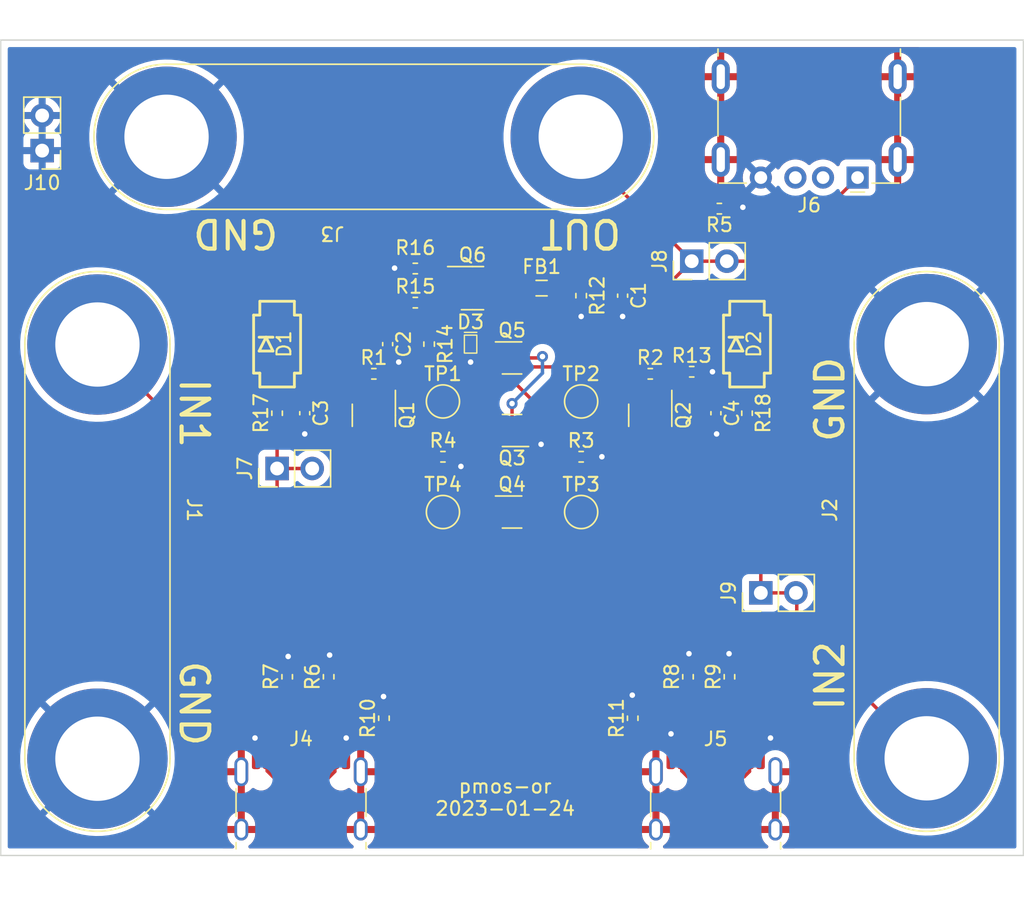
<source format=kicad_pcb>
(kicad_pcb (version 20211014) (generator pcbnew)
  (layers (0 "F.Cu" signal) (31 "B.Cu" signal) (34 "B.Paste" user) (35 "F.Paste" user) (36 "B.SilkS" user "B.Silkscreen") (37 "F.SilkS" user "F.Silkscreen") (38 "B.Mask" user) (39 "F.Mask" user) (44 "Edge.Cuts" user))
  (net 0 "")
  (net 1 "/OUT")
  (net 2 "/IN1")
  (net 3 "/IN2")
  (net 4 "GND")
  (net 6 "Net-(J4-PadA5)")
  (net 11 "Net-(J4-PadB5)")
  (net 13 "Net-(J4-PadS1)")
  (net 15 "Net-(J5-PadA5)")
  (net 20 "Net-(J5-PadB5)")
  (net 22 "Net-(J5-PadS1)")
  (net 23 "Net-(J6-Pad5)")
  (net 26 "/G1")
  (net 27 "/G2")
  (net 28 "/CTRL")
  (net 29 "/BASE")
  (net 30 "/VBUS")
  (net 31 "Net-(D3-Pad1)")
  (net 35 "Net-(FB1-Pad1)")
  (net 36 "Net-(C3-Pad1)")
  (net 37 "Net-(C4-Pad1)")
  (net 38 "Net-(Q5-Pad6)")
  (footprint "Resistor_SMD:R_0402_1005Metric" (layer "F.Cu") (at 136.73 109.07 90)
    (fp_text reference "R6" (at 0 -1.17 90) (layer "F.SilkS"))
    (fp_text value "5.1k")
    (pad "1" smd roundrect (at -0.51 0 90) (size 0.54 0.64) (layers "F.Cu" "F.Paste" "F.Mask") (net 11 "Net-(J4-PadB5)"))
    (pad "2" smd roundrect (at 0.51 0 90) (size 0.54 0.64) (layers "F.Cu" "F.Paste" "F.Mask") (net 4 "GND"))
  )
  (footprint "TestPoint:TestPoint_Pad_D2.0mm" (layer "F.Cu") (at 155 89.15)
    (fp_text reference "TP2" (at 0 -1.998) (layer "F.SilkS"))
    (fp_text value "TestPoint")
    (pad "1" smd circle (at 0 0) (size 2 2) (layers "F.Cu" "F.Mask") (net 27 "/G2"))
  )
  (footprint "Resistor_SMD:R_0402_1005Metric" (layer "F.Cu") (at 143 79.53 180)
    (fp_text reference "R16" (at 0 1.5) (layer "F.SilkS"))
    (fp_text value "10k")
    (pad "1" smd roundrect (at -0.51 0 180) (size 0.54 0.64) (layers "F.Cu" "F.Paste" "F.Mask") (net 38 "Net-(Q5-Pad6)"))
    (pad "2" smd roundrect (at 0.51 0 180) (size 0.54 0.64) (layers "F.Cu" "F.Paste" "F.Mask") (net 4 "GND"))
  )
  (footprint "Connector:Banana_Jack_2Pin" (layer "F.Cu") (at 125 70)
    (fp_text reference "J3" (at 12 7 180 unlocked) (layer "F.SilkS"))
    (fp_text value "OUT")
    (pad "1" thru_hole circle (at 0 0) (size 10.16 10.16) (drill 6.1) (layers *.Cu *.Mask) (net 4 "GND"))
    (pad "2" thru_hole circle (at 29.97 0) (size 10.16 10.16) (drill 6.1) (layers *.Cu *.Mask) (net 1 "/OUT"))
  )
  (footprint "Package_TO_SOT_SMD:SOT-23-3" (layer "F.Cu") (at 147.1375 80.95)
    (fp_text reference "Q6" (at 0 -2.4) (layer "F.SilkS"))
    (fp_text value "PMOS")
    (pad "1" smd roundrect locked (at -1.1375 -0.95) (size 1.325 0.6) (layers "F.Cu" "F.Paste" "F.Mask") (net 38 "Net-(Q5-Pad6)"))
    (pad "2" smd roundrect locked (at -1.1375 0.95) (size 1.325 0.6) (layers "F.Cu" "F.Paste" "F.Mask") (net 30 "/VBUS"))
    (pad "3" smd roundrect locked (at 1.1375 0) (size 1.325 0.6) (layers "F.Cu" "F.Paste" "F.Mask") (net 35 "Net-(FB1-Pad1)"))
  )
  (footprint "Resistor_SMD:R_0402_1005Metric" (layer "F.Cu") (at 167 90 -90)
    (fp_text reference "R18" (at 0 -1.17 90) (layer "F.SilkS"))
    (fp_text value "0")
    (pad "1" smd roundrect (at -0.51 0 270) (size 0.54 0.64) (layers "F.Cu" "F.Paste" "F.Mask") (net 37 "Net-(C4-Pad1)"))
    (pad "2" smd roundrect (at 0.51 0 270) (size 0.54 0.64) (layers "F.Cu" "F.Paste" "F.Mask") (net 3 "/IN2"))
  )
  (footprint "Inductor_SMD:L_0805_2012Metric" (layer "F.Cu") (at 152.1375 80.95)
    (fp_text reference "FB1" (at 0 -1.55) (layer "F.SilkS"))
    (fp_text value "FerriteBead")
    (pad "1" smd roundrect (at -1.0625 0) (size 0.875 1.2) (layers "F.Cu" "F.Paste" "F.Mask") (net 35 "Net-(FB1-Pad1)"))
    (pad "2" smd roundrect (at 1.0625 0) (size 0.875 1.2) (layers "F.Cu" "F.Paste" "F.Mask") (net 1 "/OUT"))
  )
  (footprint "gsg-modules:SOD128" (layer "F.Cu") (at 133 85 -90)
    (fp_text reference "D1" (at 0 -0.5 90) (layer "F.SilkS"))
    (fp_text value "D" hide)
    (pad "1" smd rect locked (at -2.2 0 90) (size 1.4 2.1) (layers "F.Cu" "F.Paste" "F.Mask") (net 30 "/VBUS"))
    (pad "2" smd rect locked (at 2.2 0 90) (size 1.4 2.1) (layers "F.Cu" "F.Paste" "F.Mask") (net 36 "Net-(C3-Pad1)"))
  )
  (footprint "Connector_PinHeader_2.54mm:PinHeader_1x02_P2.54mm_Vertical" (layer "F.Cu") (at 168 103 90)
    (fp_text reference "J9" (at 0 -2.33 90) (layer "F.SilkS"))
    (fp_text value "IN2")
    (pad "1" thru_hole rect (at 0 0 90) (size 1.7 1.7) (drill 1) (layers *.Cu *.Mask) (net 3 "/IN2"))
    (pad "2" thru_hole oval (at 0 2.54 90) (size 1.7 1.7) (drill 1) (layers *.Cu *.Mask) (net 3 "/IN2"))
  )
  (footprint "Package_TO_SOT_SMD:SOT-23-3" (layer "F.Cu") (at 160 90.15 -90)
    (fp_text reference "Q2" (at 0 -2.4 90) (layer "F.SilkS"))
    (fp_text value "PMOS")
    (pad "1" smd roundrect locked (at -1.1375 -0.95 270) (size 1.325 0.6) (layers "F.Cu" "F.Paste" "F.Mask") (net 27 "/G2"))
    (pad "2" smd roundrect locked (at -1.1375 0.95 270) (size 1.325 0.6) (layers "F.Cu" "F.Paste" "F.Mask") (net 30 "/VBUS"))
    (pad "3" smd roundrect locked (at 1.1375 0 270) (size 1.325 0.6) (layers "F.Cu" "F.Paste" "F.Mask") (net 37 "Net-(C4-Pad1)"))
  )
  (footprint "Resistor_SMD:R_0402_1005Metric" (layer "F.Cu") (at 165 75.2 180)
    (fp_text reference "R5" (at 0 -1.17) (layer "F.SilkS"))
    (fp_text value "0")
    (pad "1" smd roundrect (at -0.51 0 180) (size 0.54 0.64) (layers "F.Cu" "F.Paste" "F.Mask") (net 4 "GND"))
    (pad "2" smd roundrect (at 0.51 0 180) (size 0.54 0.64) (layers "F.Cu" "F.Paste" "F.Mask") (net 23 "Net-(J6-Pad5)"))
  )
  (footprint "Resistor_SMD:R_0402_1005Metric" (layer "F.Cu") (at 144 85 -90)
    (fp_text reference "R14" (at 0 -1.17 90) (layer "F.SilkS"))
    (fp_text value "1k")
    (pad "1" smd roundrect (at -0.51 0 270) (size 0.54 0.64) (layers "F.Cu" "F.Paste" "F.Mask") (net 30 "/VBUS"))
    (pad "2" smd roundrect (at 0.51 0 270) (size 0.54 0.64) (layers "F.Cu" "F.Paste" "F.Mask") (net 31 "Net-(D3-Pad1)"))
  )
  (footprint "Resistor_SMD:R_0402_1005Metric" (layer "F.Cu") (at 155 81.495 -90)
    (fp_text reference "R12" (at 0 -1.17 90) (layer "F.SilkS"))
    (fp_text value "R")
    (pad "1" smd roundrect (at -0.51 0 270) (size 0.54 0.64) (layers "F.Cu" "F.Paste" "F.Mask") (net 1 "/OUT"))
    (pad "2" smd roundrect (at 0.51 0 270) (size 0.54 0.64) (layers "F.Cu" "F.Paste" "F.Mask") (net 4 "GND"))
  )
  (footprint "Capacitor_SMD:C_0402_1005Metric" (layer "F.Cu") (at 135 90 -90)
    (fp_text reference "C3" (at 0 -1.16 90) (layer "F.SilkS"))
    (fp_text value "100nF")
    (pad "1" smd roundrect (at -0.48 0 270) (size 0.56 0.62) (layers "F.Cu" "F.Paste" "F.Mask") (net 36 "Net-(C3-Pad1)"))
    (pad "2" smd roundrect (at 0.48 0 270) (size 0.56 0.62) (layers "F.Cu" "F.Paste" "F.Mask") (net 4 "GND"))
  )
  (footprint "Resistor_SMD:R_0402_1005Metric" (layer "F.Cu") (at 165.73 109.07 90)
    (fp_text reference "R9" (at 0 -1.17 90) (layer "F.SilkS"))
    (fp_text value "5.1k")
    (pad "1" smd roundrect (at -0.51 0 90) (size 0.54 0.64) (layers "F.Cu" "F.Paste" "F.Mask") (net 20 "Net-(J5-PadB5)"))
    (pad "2" smd roundrect (at 0.51 0 90) (size 0.54 0.64) (layers "F.Cu" "F.Paste" "F.Mask") (net 4 "GND"))
  )
  (footprint "eval:USB_C_Receptacle_HRO_TYPE-C-31-M-12" (layer "F.Cu") (at 164.73 119.07)
    (fp_text reference "J5" (at 0 -5.5 -180) (layer "F.SilkS"))
    (fp_text value "USB_C_Receptacle_USB2.0")
    (pad "" np_thru_hole circle locked (at -2.89 -2.6) (size 0.65 0.65) (drill 0.65) (layers *.Cu *.Mask))
    (pad "" np_thru_hole circle locked (at 2.89 -2.6) (size 0.65 0.65) (drill 0.65) (layers *.Cu *.Mask))
    (pad "A1" smd roundrect locked (at -3.25 -4.045) (size 0.6 1.45) (layers "F.Cu" "F.Paste" "F.Mask") (net 4 "GND"))
    (pad "A4" smd roundrect locked (at -2.45 -4.045) (size 0.6 1.45) (layers "F.Cu" "F.Paste" "F.Mask") (net 3 "/IN2"))
    (pad "A5" smd roundrect locked (at -1.25 -4.045) (size 0.3 1.45) (layers "F.Cu" "F.Paste" "F.Mask") (net 15 "Net-(J5-PadA5)"))
    (pad "A6" smd roundrect locked (at -0.25 -4.045) (size 0.3 1.45) (layers "F.Cu" "F.Paste" "F.Mask"))
    (pad "A7" smd roundrect locked (at 0.25 -4.045) (size 0.3 1.45) (layers "F.Cu" "F.Paste" "F.Mask"))
    (pad "A8" smd roundrect locked (at 1.25 -4.045) (size 0.3 1.45) (layers "F.Cu" "F.Paste" "F.Mask"))
    (pad "A9" smd roundrect locked (at 2.45 -4.045) (size 0.6 1.45) (layers "F.Cu" "F.Paste" "F.Mask") (net 3 "/IN2"))
    (pad "A12" smd roundrect locked (at 3.25 -4.045) (size 0.6 1.45) (layers "F.Cu" "F.Paste" "F.Mask") (net 4 "GND"))
    (pad "B1" smd roundrect locked (at 3.25 -4.045) (size 0.6 1.45) (layers "F.Cu" "F.Paste" "F.Mask") (net 4 "GND"))
    (pad "B4" smd roundrect locked (at 2.45 -4.045) (size 0.6 1.45) (layers "F.Cu" "F.Paste" "F.Mask") (net 3 "/IN2"))
    (pad "B5" smd roundrect locked (at 1.75 -4.045) (size 0.3 1.45) (layers "F.Cu" "F.Paste" "F.Mask") (net 20 "Net-(J5-PadB5)"))
    (pad "B6" smd roundrect locked (at 0.75 -4.045) (size 0.3 1.45) (layers "F.Cu" "F.Paste" "F.Mask"))
    (pad "B7" smd roundrect locked (at -0.75 -4.045) (size 0.3 1.45) (layers "F.Cu" "F.Paste" "F.Mask"))
    (pad "B8" smd roundrect locked (at -1.75 -4.045) (size 0.3 1.45) (layers "F.Cu" "F.Paste" "F.Mask"))
    (pad "B9" smd roundrect locked (at -2.45 -4.045) (size 0.6 1.45) (layers "F.Cu" "F.Paste" "F.Mask") (net 3 "/IN2"))
    (pad "B12" smd roundrect locked (at -3.25 -4.045) (size 0.6 1.45) (layers "F.Cu" "F.Paste" "F.Mask") (net 4 "GND"))
    (pad "S1" thru_hole oval locked (at -4.32 -3.13) (size 1 2.1) (drill oval 0.6 1.7) (layers *.Cu *.Mask "F.Paste") (net 22 "Net-(J5-PadS1)"))
    (pad "S1" thru_hole oval locked (at -4.32 1.05) (size 1 1.6) (drill oval 0.6 1.2) (layers *.Cu *.Mask "F.Paste") (net 22 "Net-(J5-PadS1)"))
    (pad "S1" thru_hole oval locked (at 4.32 -3.13) (size 1 2.1) (drill oval 0.6 1.7) (layers *.Cu *.Mask "F.Paste") (net 22 "Net-(J5-PadS1)"))
    (pad "S1" thru_hole oval locked (at 4.32 1.05) (size 1 1.6) (drill oval 0.6 1.2) (layers *.Cu *.Mask "F.Paste") (net 22 "Net-(J5-PadS1)"))
  )
  (footprint "Resistor_SMD:R_0402_1005Metric" (layer "F.Cu") (at 163 87)
    (fp_text reference "R13" (at 0 -1.17) (layer "F.SilkS"))
    (fp_text value "10k")
    (pad "1" smd roundrect (at -0.51 0) (size 0.54 0.64) (layers "F.Cu" "F.Paste" "F.Mask") (net 27 "/G2"))
    (pad "2" smd roundrect (at 0.51 0) (size 0.54 0.64) (layers "F.Cu" "F.Paste" "F.Mask") (net 4 "GND"))
  )
  (footprint "Resistor_SMD:R_0402_1005Metric" (layer "F.Cu") (at 145 93.15)
    (fp_text reference "R4" (at 0 -1.17) (layer "F.SilkS"))
    (fp_text value "10k")
    (pad "1" smd roundrect (at -0.51 0) (size 0.54 0.64) (layers "F.Cu" "F.Paste" "F.Mask") (net 29 "/BASE"))
    (pad "2" smd roundrect (at 0.51 0) (size 0.54 0.64) (layers "F.Cu" "F.Paste" "F.Mask") (net 4 "GND"))
  )
  (footprint "Capacitor_SMD:C_0402_1005Metric" (layer "F.Cu") (at 141 85 -90)
    (fp_text reference "C2" (at 0 -1.16 90) (layer "F.SilkS"))
    (fp_text value "100nF")
    (pad "1" smd roundrect (at -0.48 0 270) (size 0.56 0.62) (layers "F.Cu" "F.Paste" "F.Mask") (net 30 "/VBUS"))
    (pad "2" smd roundrect (at 0.48 0 270) (size 0.56 0.62) (layers "F.Cu" "F.Paste" "F.Mask") (net 4 "GND"))
  )
  (footprint "Resistor_SMD:R_0402_1005Metric" (layer "F.Cu") (at 158.73 112.07 90)
    (fp_text reference "R11" (at 0 -1.17 90) (layer "F.SilkS"))
    (fp_text value "0")
    (pad "1" smd roundrect (at -0.51 0 90) (size 0.54 0.64) (layers "F.Cu" "F.Paste" "F.Mask") (net 22 "Net-(J5-PadS1)"))
    (pad "2" smd roundrect (at 0.51 0 90) (size 0.54 0.64) (layers "F.Cu" "F.Paste" "F.Mask") (net 4 "GND"))
  )
  (footprint "Resistor_SMD:R_0402_1005Metric" (layer "F.Cu") (at 160 87.15)
    (fp_text reference "R2" (at 0 -1.17) (layer "F.SilkS"))
    (fp_text value "20k")
    (pad "1" smd roundrect (at -0.51 0) (size 0.54 0.64) (layers "F.Cu" "F.Paste" "F.Mask") (net 30 "/VBUS"))
    (pad "2" smd roundrect (at 0.51 0) (size 0.54 0.64) (layers "F.Cu" "F.Paste" "F.Mask") (net 27 "/G2"))
  )
  (footprint "Resistor_SMD:R_0402_1005Metric" (layer "F.Cu") (at 140.73 112.07 90)
    (fp_text reference "R10" (at 0 -1.17 90) (layer "F.SilkS"))
    (fp_text value "0")
    (pad "1" smd roundrect (at -0.51 0 90) (size 0.54 0.64) (layers "F.Cu" "F.Paste" "F.Mask") (net 13 "Net-(J4-PadS1)"))
    (pad "2" smd roundrect (at 0.51 0 90) (size 0.54 0.64) (layers "F.Cu" "F.Paste" "F.Mask") (net 4 "GND"))
  )
  (footprint "Package_TO_SOT_SMD:SOT-363_SC-70-6" (layer "F.Cu") (at 150 97.15)
    (fp_text reference "Q4" (at 0 -2) (layer "F.SilkS"))
    (fp_text value "2PNP")
    (pad "1" smd rect (at -0.95 -0.65) (size 0.65 0.4) (layers "F.Cu" "F.Paste" "F.Mask") (net 36 "Net-(C3-Pad1)"))
    (pad "2" smd rect (at -0.95 0) (size 0.65 0.4) (layers "F.Cu" "F.Paste" "F.Mask") (net 29 "/BASE"))
    (pad "3" smd rect (at -0.95 0.65) (size 0.65 0.4) (layers "F.Cu" "F.Paste" "F.Mask") (net 29 "/BASE"))
    (pad "4" smd rect (at 0.95 0.65) (size 0.65 0.4) (layers "F.Cu" "F.Paste" "F.Mask") (net 37 "Net-(C4-Pad1)"))
    (pad "5" smd rect (at 0.95 0) (size 0.65 0.4) (layers "F.Cu" "F.Paste" "F.Mask") (net 29 "/BASE"))
    (pad "6" smd rect (at 0.95 -0.65) (size 0.65 0.4) (layers "F.Cu" "F.Paste" "F.Mask") (net 28 "/CTRL"))
  )
  (footprint "gsg-modules:SOD128" (layer "F.Cu") (at 167 85 -90)
    (fp_text reference "D2" (at 0 -0.5 90) (layer "F.SilkS"))
    (fp_text value "D" hide)
    (pad "1" smd rect locked (at -2.2 0 90) (size 1.4 2.1) (layers "F.Cu" "F.Paste" "F.Mask") (net 30 "/VBUS"))
    (pad "2" smd rect locked (at 2.2 0 90) (size 1.4 2.1) (layers "F.Cu" "F.Paste" "F.Mask") (net 37 "Net-(C4-Pad1)"))
  )
  (footprint "Resistor_SMD:R_0402_1005Metric" (layer "F.Cu") (at 133.73 109.07 90)
    (fp_text reference "R7" (at 0 -1.17 90) (layer "F.SilkS"))
    (fp_text value "5.1k")
    (pad "1" smd roundrect (at -0.51 0 90) (size 0.54 0.64) (layers "F.Cu" "F.Paste" "F.Mask") (net 6 "Net-(J4-PadA5)"))
    (pad "2" smd roundrect (at 0.51 0 90) (size 0.54 0.64) (layers "F.Cu" "F.Paste" "F.Mask") (net 4 "GND"))
  )
  (footprint "TestPoint:TestPoint_Pad_D2.0mm" (layer "F.Cu") (at 145 89.15)
    (fp_text reference "TP1" (at 0 -1.998) (layer "F.SilkS"))
    (fp_text value "TestPoint")
    (pad "1" smd circle (at 0 0) (size 2 2) (layers "F.Cu" "F.Mask") (net 26 "/G1"))
  )
  (footprint "Package_TO_SOT_SMD:SOT-363_SC-70-6" (layer "F.Cu") (at 150 91.25 180)
    (fp_text reference "Q3" (at 0 -2) (layer "F.SilkS"))
    (fp_text value "2NMOS")
    (pad "1" smd rect (at -0.95 -0.65 180) (size 0.65 0.4) (layers "F.Cu" "F.Paste" "F.Mask") (net 4 "GND"))
    (pad "2" smd rect (at -0.95 0 180) (size 0.65 0.4) (layers "F.Cu" "F.Paste" "F.Mask") (net 28 "/CTRL"))
    (pad "3" smd rect (at -0.95 0.65 180) (size 0.65 0.4) (layers "F.Cu" "F.Paste" "F.Mask"))
    (pad "4" smd rect (at 0.95 0.65 180) (size 0.65 0.4) (layers "F.Cu" "F.Paste" "F.Mask"))
    (pad "5" smd rect (at 0.95 0 180) (size 0.65 0.4) (layers "F.Cu" "F.Paste" "F.Mask"))
    (pad "6" smd rect (at 0.95 -0.65 180) (size 0.65 0.4) (layers "F.Cu" "F.Paste" "F.Mask") (net 26 "/G1"))
  )
  (footprint "Package_TO_SOT_SMD:SOT-363_SC-70-6" (layer "F.Cu") (at 150 86)
    (fp_text reference "Q5" (at 0 -2) (layer "F.SilkS"))
    (fp_text value "2PMOS")
    (pad "1" smd rect (at -0.95 -0.65) (size 0.65 0.4) (layers "F.Cu" "F.Paste" "F.Mask") (net 30 "/VBUS"))
    (pad "2" smd rect (at -0.95 0) (size 0.65 0.4) (layers "F.Cu" "F.Paste" "F.Mask") (net 31 "Net-(D3-Pad1)"))
    (pad "3" smd rect (at -0.95 0.65) (size 0.65 0.4) (layers "F.Cu" "F.Paste" "F.Mask") (net 27 "/G2"))
    (pad "4" smd rect (at 0.95 0.65) (size 0.65 0.4) (layers "F.Cu" "F.Paste" "F.Mask") (net 30 "/VBUS"))
    (pad "5" smd rect (at 0.95 0) (size 0.65 0.4) (layers "F.Cu" "F.Paste" "F.Mask") (net 26 "/G1"))
    (pad "6" smd rect (at 0.95 -0.65) (size 0.65 0.4) (layers "F.Cu" "F.Paste" "F.Mask") (net 38 "Net-(Q5-Pad6)"))
  )
  (footprint "TestPoint:TestPoint_Pad_D2.0mm" (layer "F.Cu") (at 145 97.15)
    (fp_text reference "TP4" (at 0 -1.998) (layer "F.SilkS"))
    (fp_text value "TestPoint")
    (pad "1" smd circle (at 0 0) (size 2 2) (layers "F.Cu" "F.Mask") (net 29 "/BASE"))
  )
  (footprint "Connector:Banana_Jack_2Pin" (layer "F.Cu") (at 120 115 90)
    (fp_text reference "J1" (at 18 7 270 unlocked) (layer "F.SilkS"))
    (fp_text value "IN1")
    (pad "1" thru_hole circle (at 0 0 90) (size 10.16 10.16) (drill 6.1) (layers *.Cu *.Mask) (net 4 "GND"))
    (pad "2" thru_hole circle (at 29.97 0 90) (size 10.16 10.16) (drill 6.1) (layers *.Cu *.Mask) (net 2 "/IN1"))
  )
  (footprint "Resistor_SMD:R_0402_1005Metric" (layer "F.Cu") (at 133 90 90)
    (fp_text reference "R17" (at 0 -1.17 90) (layer "F.SilkS"))
    (fp_text value "0")
    (pad "1" smd roundrect (at -0.51 0 90) (size 0.54 0.64) (layers "F.Cu" "F.Paste" "F.Mask") (net 2 "/IN1"))
    (pad "2" smd roundrect (at 0.51 0 90) (size 0.54 0.64) (layers "F.Cu" "F.Paste" "F.Mask") (net 36 "Net-(C3-Pad1)"))
  )
  (footprint "Package_TO_SOT_SMD:SOT-23-3" (layer "F.Cu") (at 140 90.15 -90)
    (fp_text reference "Q1" (at 0 -2.4 90) (layer "F.SilkS"))
    (fp_text value "PMOS")
    (pad "1" smd roundrect locked (at -1.1375 -0.95 270) (size 1.325 0.6) (layers "F.Cu" "F.Paste" "F.Mask") (net 26 "/G1"))
    (pad "2" smd roundrect locked (at -1.1375 0.95 270) (size 1.325 0.6) (layers "F.Cu" "F.Paste" "F.Mask") (net 30 "/VBUS"))
    (pad "3" smd roundrect locked (at 1.1375 0 270) (size 1.325 0.6) (layers "F.Cu" "F.Paste" "F.Mask") (net 36 "Net-(C3-Pad1)"))
  )
  (footprint "Connector_PinHeader_2.54mm:PinHeader_1x02_P2.54mm_Vertical" (layer "F.Cu") (at 163 79 90)
    (fp_text reference "J8" (at 0 -2.33 90) (layer "F.SilkS"))
    (fp_text value "OUT")
    (pad "1" thru_hole rect (at 0 0 90) (size 1.7 1.7) (drill 1) (layers *.Cu *.Mask) (net 1 "/OUT"))
    (pad "2" thru_hole oval (at 0 2.54 90) (size 1.7 1.7) (drill 1) (layers *.Cu *.Mask) (net 1 "/OUT"))
  )
  (footprint "Resistor_SMD:R_0402_1005Metric" (layer "F.Cu") (at 143 82)
    (fp_text reference "R15" (at 0 -1.17) (layer "F.SilkS"))
    (fp_text value "20k")
    (pad "1" smd roundrect (at -0.51 0) (size 0.54 0.64) (layers "F.Cu" "F.Paste" "F.Mask") (net 30 "/VBUS"))
    (pad "2" smd roundrect (at 0.51 0) (size 0.54 0.64) (layers "F.Cu" "F.Paste" "F.Mask") (net 38 "Net-(Q5-Pad6)"))
  )
  (footprint "TestPoint:TestPoint_Pad_D2.0mm" (layer "F.Cu") (at 155 97.15)
    (fp_text reference "TP3" (at 0 -1.998) (layer "F.SilkS"))
    (fp_text value "TestPoint")
    (pad "1" smd circle (at 0 0) (size 2 2) (layers "F.Cu" "F.Mask") (net 28 "/CTRL"))
  )
  (footprint "eval:DFN1006-2" (layer "F.Cu") (at 147 85 -90)
    (fp_text reference "D3" (at -1.6 0) (layer "F.SilkS"))
    (fp_text value "4.7±2%")
    (pad "1" smd roundrect (at -0.35 0 270) (size 0.4 0.7) (layers "F.Cu" "F.Paste" "F.Mask") (roundrect_rratio 0.125) (net 31 "Net-(D3-Pad1)"))
    (pad "2" smd roundrect (at 0.35 0 270) (size 0.4 0.7) (layers "F.Cu" "F.Paste" "F.Mask") (roundrect_rratio 0.125) (net 4 "GND"))
  )
  (footprint "eval:USB_C_Receptacle_HRO_TYPE-C-31-M-12" (layer "F.Cu") (at 134.73 119.07)
    (fp_text reference "J4" (at 0 -5.5 -180) (layer "F.SilkS"))
    (fp_text value "USB_C_Receptacle_USB2.0")
    (pad "" np_thru_hole circle locked (at 2.89 -2.6) (size 0.65 0.65) (drill 0.65) (layers *.Cu *.Mask))
    (pad "" np_thru_hole circle locked (at -2.89 -2.6) (size 0.65 0.65) (drill 0.65) (layers *.Cu *.Mask))
    (pad "A1" smd roundrect locked (at -3.25 -4.045) (size 0.6 1.45) (layers "F.Cu" "F.Paste" "F.Mask") (net 4 "GND"))
    (pad "A4" smd roundrect locked (at -2.45 -4.045) (size 0.6 1.45) (layers "F.Cu" "F.Paste" "F.Mask") (net 2 "/IN1"))
    (pad "A5" smd roundrect locked (at -1.25 -4.045) (size 0.3 1.45) (layers "F.Cu" "F.Paste" "F.Mask") (net 6 "Net-(J4-PadA5)"))
    (pad "A6" smd roundrect locked (at -0.25 -4.045) (size 0.3 1.45) (layers "F.Cu" "F.Paste" "F.Mask"))
    (pad "A7" smd roundrect locked (at 0.25 -4.045) (size 0.3 1.45) (layers "F.Cu" "F.Paste" "F.Mask"))
    (pad "A8" smd roundrect locked (at 1.25 -4.045) (size 0.3 1.45) (layers "F.Cu" "F.Paste" "F.Mask"))
    (pad "A9" smd roundrect locked (at 2.45 -4.045) (size 0.6 1.45) (layers "F.Cu" "F.Paste" "F.Mask") (net 2 "/IN1"))
    (pad "A12" smd roundrect locked (at 3.25 -4.045) (size 0.6 1.45) (layers "F.Cu" "F.Paste" "F.Mask") (net 4 "GND"))
    (pad "B1" smd roundrect locked (at 3.25 -4.045) (size 0.6 1.45) (layers "F.Cu" "F.Paste" "F.Mask") (net 4 "GND"))
    (pad "B4" smd roundrect locked (at 2.45 -4.045) (size 0.6 1.45) (layers "F.Cu" "F.Paste" "F.Mask") (net 2 "/IN1"))
    (pad "B5" smd roundrect locked (at 1.75 -4.045) (size 0.3 1.45) (layers "F.Cu" "F.Paste" "F.Mask") (net 11 "Net-(J4-PadB5)"))
    (pad "B6" smd roundrect locked (at 0.75 -4.045) (size 0.3 1.45) (layers "F.Cu" "F.Paste" "F.Mask"))
    (pad "B7" smd roundrect locked (at -0.75 -4.045) (size 0.3 1.45) (layers "F.Cu" "F.Paste" "F.Mask"))
    (pad "B8" smd roundrect locked (at -1.75 -4.045) (size 0.3 1.45) (layers "F.Cu" "F.Paste" "F.Mask"))
    (pad "B9" smd roundrect locked (at -2.45 -4.045) (size 0.6 1.45) (layers "F.Cu" "F.Paste" "F.Mask") (net 2 "/IN1"))
    (pad "B12" smd roundrect locked (at -3.25 -4.045) (size 0.6 1.45) (layers "F.Cu" "F.Paste" "F.Mask") (net 4 "GND"))
    (pad "S1" thru_hole oval locked (at 4.32 -3.13) (size 1 2.1) (drill oval 0.6 1.7) (layers *.Cu *.Mask "F.Paste") (net 13 "Net-(J4-PadS1)"))
    (pad "S1" thru_hole oval locked (at 4.32 1.05) (size 1 1.6) (drill oval 0.6 1.2) (layers *.Cu *.Mask "F.Paste") (net 13 "Net-(J4-PadS1)"))
    (pad "S1" thru_hole oval locked (at -4.32 1.05) (size 1 1.6) (drill oval 0.6 1.2) (layers *.Cu *.Mask "F.Paste") (net 13 "Net-(J4-PadS1)"))
    (pad "S1" thru_hole oval locked (at -4.32 -3.13) (size 1 2.1) (drill oval 0.6 1.7) (layers *.Cu *.Mask "F.Paste") (net 13 "Net-(J4-PadS1)"))
  )
  (footprint "Connector_PinHeader_2.54mm:PinHeader_1x02_P2.54mm_Vertical" (layer "F.Cu") (at 116 71 180)
    (fp_text reference "J10" (at 0 -2.33) (layer "F.SilkS"))
    (fp_text value "GND")
    (pad "1" thru_hole rect (at 0 0 180) (size 1.7 1.7) (drill 1) (layers *.Cu *.Mask) (net 4 "GND"))
    (pad "2" thru_hole oval (at 0 2.54 180) (size 1.7 1.7) (drill 1) (layers *.Cu *.Mask) (net 4 "GND"))
  )
  (footprint "Resistor_SMD:R_0402_1005Metric" (layer "F.Cu") (at 162.73 109.07 90)
    (fp_text reference "R8" (at 0 -1.17 90) (layer "F.SilkS"))
    (fp_text value "5.1k")
    (pad "1" smd roundrect (at -0.51 0 90) (size 0.54 0.64) (layers "F.Cu" "F.Paste" "F.Mask") (net 15 "Net-(J5-PadA5)"))
    (pad "2" smd roundrect (at 0.51 0 90) (size 0.54 0.64) (layers "F.Cu" "F.Paste" "F.Mask") (net 4 "GND"))
  )
  (footprint "Capacitor_SMD:C_0402_1005Metric" (layer "F.Cu") (at 158 81.495 -90)
    (fp_text reference "C1" (at 0 -1.16 -90) (layer "F.SilkS"))
    (fp_text value "100nF")
    (pad "1" smd roundrect (at -0.48 0 270) (size 0.56 0.62) (layers "F.Cu" "F.Paste" "F.Mask") (net 1 "/OUT"))
    (pad "2" smd roundrect (at 0.48 0 270) (size 0.56 0.62) (layers "F.Cu" "F.Paste" "F.Mask") (net 4 "GND"))
  )
  (footprint "Connector_PinHeader_2.54mm:PinHeader_1x02_P2.54mm_Vertical" (layer "F.Cu") (at 133 94 90)
    (fp_text reference "J7" (at 0 -2.33 90) (layer "F.SilkS"))
    (fp_text value "IN1")
    (pad "1" thru_hole rect (at 0 0 90) (size 1.7 1.7) (drill 1) (layers *.Cu *.Mask) (net 2 "/IN1"))
    (pad "2" thru_hole oval (at 0 2.54 90) (size 1.7 1.7) (drill 1) (layers *.Cu *.Mask) (net 2 "/IN1"))
  )
  (footprint "Resistor_SMD:R_0402_1005Metric" (layer "F.Cu") (at 155 93.15)
    (fp_text reference "R3" (at 0 -1.17) (layer "F.SilkS"))
    (fp_text value "10k")
    (pad "1" smd roundrect (at -0.51 0) (size 0.54 0.64) (layers "F.Cu" "F.Paste" "F.Mask") (net 28 "/CTRL"))
    (pad "2" smd roundrect (at 0.51 0) (size 0.54 0.64) (layers "F.Cu" "F.Paste" "F.Mask") (net 4 "GND"))
  )
  (footprint "Connector:Banana_Jack_2Pin" (layer "F.Cu") (at 180 85 -90)
    (fp_text reference "J2" (at 12 7 90) (layer "F.SilkS"))
    (fp_text value "IN2")
    (pad "1" thru_hole circle (at 0 0 270) (size 10.16 10.16) (drill 6.1) (layers *.Cu *.Mask) (net 4 "GND"))
    (pad "2" thru_hole circle (at 29.97 0 270) (size 10.16 10.16) (drill 6.1) (layers *.Cu *.Mask) (net 3 "/IN2"))
  )
  (footprint "Resistor_SMD:R_0402_1005Metric" (layer "F.Cu") (at 140 87.15)
    (fp_text reference "R1" (at 0 -1.17) (layer "F.SilkS"))
    (fp_text value "10k")
    (pad "1" smd roundrect (at -0.51 0) (size 0.54 0.64) (layers "F.Cu" "F.Paste" "F.Mask") (net 30 "/VBUS"))
    (pad "2" smd roundrect (at 0.51 0) (size 0.54 0.64) (layers "F.Cu" "F.Paste" "F.Mask") (net 26 "/G1"))
  )
  (footprint "eval:USB_A_Kycon_KUSBXHT-SB-AS1N-B30-NF_Horizontal" (layer "F.Cu") (at 175 72.95 180)
    (fp_text reference "J6" (at 3.5 -2) (layer "F.SilkS"))
    (fp_text value "USB_A")
    (pad "1" thru_hole rect locked (at 0 0 180) (size 1.6 1.6) (drill 0.92) (layers *.Cu *.Mask) (net 1 "/OUT"))
    (pad "2" thru_hole circle locked (at 2.5 0 180) (size 1.6 1.6) (drill 0.92) (layers *.Cu *.Mask))
    (pad "3" thru_hole circle locked (at 4.5 0 180) (size 1.6 1.6) (drill 0.92) (layers *.Cu *.Mask))
    (pad "4" thru_hole circle locked (at 7 0 180) (size 1.6 1.6) (drill 0.92) (layers *.Cu *.Mask) (net 4 "GND"))
    (pad "5" thru_hole oval locked (at 9.9 1.3 180) (size 1.3 2.5) (drill oval 0.6 1.8) (layers *.Cu *.Mask) (net 23 "Net-(J6-Pad5)"))
    (pad "5" thru_hole oval locked (at 9.9 7.3 180) (size 1.3 2.5) (drill oval 0.6 1.8) (layers *.Cu *.Mask) (net 23 "Net-(J6-Pad5)"))
    (pad "5" thru_hole oval locked (at -2.9 7.3 180) (size 1.3 2.5) (drill oval 0.6 1.8) (layers *.Cu *.Mask) (net 23 "Net-(J6-Pad5)"))
    (pad "5" thru_hole oval locked (at -2.9 1.3 180) (size 1.3 2.5) (drill oval 0.6 1.8) (layers *.Cu *.Mask) (net 23 "Net-(J6-Pad5)"))
  )
  (footprint "Capacitor_SMD:C_0402_1005Metric" (layer "F.Cu") (at 164.75 90 -90)
    (fp_text reference "C4" (at 0 -1.16 90) (layer "F.SilkS"))
    (fp_text value "100nF")
    (pad "1" smd roundrect (at -0.48 0 270) (size 0.56 0.62) (layers "F.Cu" "F.Paste" "F.Mask") (net 37 "Net-(C4-Pad1)"))
    (pad "2" smd roundrect (at 0.48 0 270) (size 0.56 0.62) (layers "F.Cu" "F.Paste" "F.Mask") (net 4 "GND"))
  )
  (gr_rect (start 113 63) (end 187 122) (layer "Edge.Cuts") (width 0.1) (fill none))
  (gr_text "OUT" (at 155 77 180) (layer "F.SilkS") (effects (font (size 2 2) (thickness 0.3))))
  (gr_text "GND" (at 130 77 180) (layer "F.SilkS") (effects (font (size 2 2) (thickness 0.3))))
  (gr_text "pmos-or\n2023-01-24" (at 149.5 117.8) (layer "F.SilkS") (effects (font (size 1 1))))
  (gr_text "IN2" (at 173 109 90) (layer "F.SilkS") (effects (font (size 2 2) (thickness 0.3))))
  (gr_text "GND" (at 127 111 270) (layer "F.SilkS") (effects (font (size 2 2) (thickness 0.3))))
  (gr_text "GND" (at 173 89 90) (layer "F.SilkS") (effects (font (size 2 2) (thickness 0.3))))
  (gr_text "IN1" (at 127 90 270) (layer "F.SilkS") (effects (font (size 2 2) (thickness 0.3))))
  (segment (start 154.97 70.97) (end 154.97 70) (width 0.25) (layer "F.Cu") (net 1))
  (segment (start 163 79) (end 154.97 70.97) (width 0.25) (layer "F.Cu") (net 1))
  (segment (start 163 79) (end 165.54 79) (width 0.25) (layer "F.Cu") (net 1))
  (segment (start 158 81.015) (end 155.03 81.015) (width 0.25) (layer "F.Cu") (net 1))
  (segment (start 158 81.015) (end 160.985 81.015) (width 0.25) (layer "F.Cu") (net 1))
  (segment (start 155.03 81.015) (end 155 80.985) (width 0.25) (layer "F.Cu") (net 1))
  (segment (start 160.985 81.015) (end 163 79) (width 0.25) (layer "F.Cu") (net 1))
  (segment (start 175 72.95) (end 168.95 79) (width 0.25) (layer "F.Cu") (net 1))
  (segment (start 155 80.985) (end 153.235 80.985) (width 0.25) (layer "F.Cu") (net 1))
  (segment (start 153.235 80.985) (end 153.2 80.95) (width 0.25) (layer "F.Cu") (net 1))
  (segment (start 168.95 79) (end 165.54 79) (width 0.25) (layer "F.Cu") (net 1))
  (segment (start 132.28 115.025) (end 132.28 98.12) (width 0.25) (layer "F.Cu") (net 2))
  (segment (start 137.18 115.92) (end 137.18 115.025) (width 0.25) (layer "F.Cu") (net 2))
  (segment (start 136.7 116.4) (end 137.18 115.92) (width 0.25) (layer "F.Cu") (net 2))
  (segment (start 132.28 115.88) (end 132.8 116.4) (width 0.25) (layer "F.Cu") (net 2))
  (segment (start 132.28 115.025) (end 132.28 115.88) (width 0.25) (layer "F.Cu") (net 2))
  (segment (start 133 94) (end 135.54 94) (width 0.25) (layer "F.Cu") (net 2))
  (segment (start 133 97.4) (end 132.28 98.12) (width 0.25) (layer "F.Cu") (net 2))
  (segment (start 133 90.51) (end 125.48 90.51) (width 0.25) (layer "F.Cu") (net 2))
  (segment (start 133 94) (end 133 97.4) (width 0.25) (layer "F.Cu") (net 2))
  (segment (start 125.48 90.51) (end 120 85.03) (width 0.25) (layer "F.Cu") (net 2))
  (segment (start 133 90.51) (end 133 94) (width 0.25) (layer "F.Cu") (net 2))
  (segment (start 132.8 116.4) (end 136.7 116.4) (width 0.25) (layer "F.Cu") (net 2))
  (segment (start 170.6 110.3) (end 170.6 103.06) (width 0.25) (layer "F.Cu") (net 3))
  (segment (start 168 91.51) (end 167 90.51) (width 0.25) (layer "F.Cu") (net 3))
  (segment (start 168 103) (end 170.54 103) (width 0.25) (layer "F.Cu") (net 3))
  (segment (start 162.7 116.3) (end 166.8 116.3) (width 0.25) (layer "F.Cu") (net 3))
  (segment (start 162.28 115.025) (end 162.28 115.88) (width 0.25) (layer "F.Cu") (net 3))
  (segment (start 167.18 113.72) (end 170.6 110.3) (width 0.25) (layer "F.Cu") (net 3))
  (segment (start 175.33 110.3) (end 180 114.97) (width 0.25) (layer "F.Cu") (net 3))
  (segment (start 166.8 116.3) (end 167.18 115.92) (width 0.25) (layer "F.Cu") (net 3))
  (segment (start 170.6 110.3) (end 175.33 110.3) (width 0.25) (layer "F.Cu") (net 3))
  (segment (start 167.18 115.025) (end 167.18 113.72) (width 0.25) (layer "F.Cu") (net 3))
  (segment (start 170.6 103.06) (end 170.54 103) (width 0.25) (layer "F.Cu") (net 3))
  (segment (start 167.18 115.92) (end 167.18 115.025) (width 0.25) (layer "F.Cu") (net 3))
  (segment (start 168 103) (end 168 91.51) (width 0.25) (layer "F.Cu") (net 3))
  (segment (start 162.28 115.88) (end 162.7 116.3) (width 0.25) (layer "F.Cu") (net 3))
  (segment (start 162.73 108.56) (end 162.73 107.47) (width 0.25) (layer "F.Cu") (net 4))
  (segment (start 167.98 114.22) (end 168.7 113.5) (width 0.25) (layer "F.Cu") (net 4))
  (segment (start 140.73 111.56) (end 140.73 110.53) (width 0.25) (layer "F.Cu") (net 4))
  (segment (start 145.51 93.15) (end 145.6 93.15) (width 0.25) (layer "F.Cu") (net 4))
  (segment (start 164.75 91.45) (end 164.8 91.5) (width 0.25) (layer "F.Cu") (net 4))
  (segment (start 158.73 111.56) (end 158.73 110.43) (width 0.25) (layer "F.Cu") (net 4))
  (segment (start 158 81.975) (end 158 83) (width 0.25) (layer "F.Cu") (net 4))
  (segment (start 137.98 113.52) (end 138 113.5) (width 0.25) (layer "F.Cu") (net 4))
  (segment (start 165.51 75.2) (end 166.6 75.2) (width 0.25) (layer "F.Cu") (net 4))
  (segment (start 131.48 113.58) (end 131.4 113.5) (width 0.25) (layer "F.Cu") (net 4))
  (segment (start 164.75 90.48) (end 164.75 91.45) (width 0.25) (layer "F.Cu") (net 4))
  (segment (start 165.73 108.56) (end 165.73 107.43) (width 0.25) (layer "F.Cu") (net 4))
  (segment (start 161.48 115.025) (end 161.48 113.22) (width 0.25) (layer "F.Cu") (net 4))
  (segment (start 136.73 107.57) (end 136.8 107.5) (width 0.25) (layer "F.Cu") (net 4))
  (segment (start 140.73 110.53) (end 140.7 110.5) (width 0.25) (layer "F.Cu") (net 4))
  (segment (start 141 85.48) (end 141 85.5) (width 0.25) (layer "F.Cu") (net 4))
  (segment (start 135 90.48) (end 135 91.5) (width 0.25) (layer "F.Cu") (net 4))
  (segment (start 142.49 79.53) (end 141.53 79.53) (width 0.25) (layer "F.Cu") (net 4))
  (segment (start 141.53 79.53) (end 141.5 79.5) (width 0.25) (layer "F.Cu") (net 4))
  (segment (start 137.98 115.025) (end 137.98 113.52) (width 0.25) (layer "F.Cu") (net 4))
  (segment (start 163.51 87) (end 164.5 87) (width 0.25) (layer "F.Cu") (net 4))
  (segment (start 133.73 108.56) (end 133.73 107.67) (width 0.25) (layer "F.Cu") (net 4))
  (segment (start 162.73 107.47) (end 162.8 107.4) (width 0.25) (layer "F.Cu") (net 4))
  (segment (start 161.48 113.22) (end 161.5 113.2) (width 0.25) (layer "F.Cu") (net 4))
  (segment (start 147 85.35) (end 147 86.3) (width 0.25) (layer "F.Cu") (net 4))
  (segment (start 136.73 108.56) (end 136.73 107.57) (width 0.25) (layer "F.Cu") (net 4))
  (segment (start 141 85.5) (end 141.8 86.3) (width 0.25) (layer "F.Cu") (net 4))
  (segment (start 150.95 91.9) (end 151.75 91.9) (width 0.25) (layer "F.Cu") (net 4))
  (segment (start 131.48 115.025) (end 131.48 113.58) (width 0.25) (layer "F.Cu") (net 4))
  (segment (start 145.6 93.15) (end 146.3 93.85) (width 0.25) (layer "F.Cu") (net 4))
  (segment (start 151.75 91.9) (end 152.1 92.25) (width 0.25) (layer "F.Cu") (net 4))
  (segment (start 165.73 107.43) (end 165.7 107.4) (width 0.25) (layer "F.Cu") (net 4))
  (segment (start 167.98 115.025) (end 167.98 114.22) (width 0.25) (layer "F.Cu") (net 4))
  (segment (start 155.51 93.15) (end 156.5 93.15) (width 0.25) (layer "F.Cu") (net 4))
  (segment (start 166.6 75.2) (end 166.7 75.1) (width 0.25) (layer "F.Cu") (net 4))
  (segment (start 133.73 107.67) (end 133.8 107.6) (width 0.25) (layer "F.Cu") (net 4))
  (segment (start 155 82.005) (end 155 83) (width 0.25) (layer "F.Cu") (net 4))
  (segment (start 158.73 110.43) (end 158.7 110.4) (width 0.25) (layer "F.Cu") (net 4))
  (via (at 155 83) (size 0.8) (drill 0.4) (layers "F.Cu" "B.Cu") (net 4))
  (via (at 165.7 107.4) (size 0.8) (drill 0.4) (layers "F.Cu" "B.Cu") (net 4))
  (via (at 131.4 113.5) (size 0.8) (drill 0.4) (layers "F.Cu" "B.Cu") (net 4))
  (via (at 158.7 110.4) (size 0.8) (drill 0.4) (layers "F.Cu" "B.Cu") (net 4))
  (via (at 164.5 87) (size 0.8) (drill 0.4) (layers "F.Cu" "B.Cu") (net 4))
  (via (at 136.8 107.5) (size 0.8) (drill 0.4) (layers "F.Cu" "B.Cu") (net 4))
  (via (at 140.7 110.5) (size 0.8) (drill 0.4) (layers "F.Cu" "B.Cu") (net 4))
  (via (at 164.8 91.5) (size 0.8) (drill 0.4) (layers "F.Cu" "B.Cu") (net 4))
  (via (at 152.1 92.25) (size 0.8) (drill 0.4) (layers "F.Cu" "B.Cu") (net 4))
  (via (at 138 113.5) (size 0.8) (drill 0.4) (layers "F.Cu" "B.Cu") (net 4))
  (via (at 141.8 86.3) (size 0.8) (drill 0.4) (layers "F.Cu" "B.Cu") (net 4))
  (via (at 158 83) (size 0.8) (drill 0.4) (layers "F.Cu" "B.Cu") (net 4))
  (via (at 161.5 113.2) (size 0.8) (drill 0.4) (layers "F.Cu" "B.Cu") (net 4))
  (via (at 141.5 79.5) (size 0.8) (drill 0.4) (layers "F.Cu" "B.Cu") (net 4))
  (via (at 156.5 93.15) (size 0.8) (drill 0.4) (layers "F.Cu" "B.Cu") (net 4))
  (via (at 147 86.3) (size 0.8) (drill 0.4) (layers "F.Cu" "B.Cu") (net 4))
  (via (at 162.8 107.4) (size 0.8) (drill 0.4) (layers "F.Cu" "B.Cu") (net 4))
  (via (at 146.3 93.85) (size 0.8) (drill 0.4) (layers "F.Cu" "B.Cu") (net 4))
  (via (at 166.7 75.1) (size 0.8) (drill 0.4) (layers "F.Cu" "B.Cu") (net 4))
  (via (at 168.7 113.5) (size 0.8) (drill 0.4) (layers "F.Cu" "B.Cu") (net 4))
  (via (at 133.8 107.6) (size 0.8) (drill 0.4) (layers "F.Cu" "B.Cu") (net 4))
  (via (at 135 91.5) (size 0.8) (drill 0.4) (layers "F.Cu" "B.Cu") (net 4))
  (segment (start 133.48 109.83) (end 133.73 109.58) (width 0.25) (layer "F.Cu") (net 6))
  (segment (start 133.48 115.025) (end 133.48 109.83) (width 0.25) (layer "F.Cu") (net 6))
  (segment (start 136.48 115.025) (end 136.48 109.83) (width 0.25) (layer "F.Cu") (net 11))
  (segment (start 136.48 109.83) (end 136.73 109.58) (width 0.25) (layer "F.Cu") (net 11))
  (segment (start 139.05 114.26) (end 140.73 112.58) (width 0.25) (layer "F.Cu") (net 13))
  (segment (start 139.05 115.94) (end 139.05 114.26) (width 0.25) (layer "F.Cu") (net 13))
  (segment (start 163.48 110.33) (end 162.73 109.58) (width 0.25) (layer "F.Cu") (net 15))
  (segment (start 163.48 115.025) (end 163.48 110.33) (width 0.25) (layer "F.Cu") (net 15))
  (segment (start 166.48 110.33) (end 165.73 109.58) (width 0.25) (layer "F.Cu") (net 20))
  (segment (start 166.48 115.025) (end 166.48 110.33) (width 0.25) (layer "F.Cu") (net 20))
  (segment (start 160.41 114.26) (end 158.73 112.58) (width 0.25) (layer "F.Cu") (net 22))
  (segment (start 160.41 115.94) (end 160.41 114.26) (width 0.25) (layer "F.Cu") (net 22))
  (segment (start 165.1 74.59) (end 164.49 75.2) (width 0.25) (layer "F.Cu") (net 23))
  (segment (start 165.1 71.65) (end 165.1 74.59) (width 0.25) (layer "F.Cu") (net 23))
  (segment (start 144.8625 89.0125) (end 145 89.15) (width 0.25) (layer "F.Cu") (net 26))
  (segment (start 150.95 86) (end 152.1 86) (width 0.25) (layer "F.Cu") (net 26))
  (segment (start 145 89.15) (end 147.75 91.9) (width 0.25) (layer "F.Cu") (net 26))
  (segment (start 149.05 91.9) (end 149.7 91.9) (width 0.25) (layer "F.Cu") (net 26))
  (segment (start 152.1 86) (end 152.2 85.9) (width 0.25) (layer "F.Cu") (net 26))
  (segment (start 140.95 89.0125) (end 144.8625 89.0125) (width 0.25) (layer "F.Cu") (net 26))
  (segment (start 147.75 91.9) (end 149.05 91.9) (width 0.25) (layer "F.Cu") (net 26))
  (segment (start 140.95 89.0125) (end 140.95 87.59) (width 0.25) (layer "F.Cu") (net 26))
  (segment (start 149.7 91.9) (end 150 91.6) (width 0.25) (layer "F.Cu") (net 26))
  (segment (start 150 91.6) (end 150 89.3) (width 0.25) (layer "F.Cu") (net 26))
  (segment (start 140.95 87.59) (end 140.51 87.15) (width 0.25) (layer "F.Cu") (net 26))
  (via (at 152.2 85.9) (size 0.8) (drill 0.4) (layers "F.Cu" "B.Cu") (net 26))
  (via (at 150 89.3) (size 0.8) (drill 0.4) (layers "F.Cu" "B.Cu") (net 26))
  (segment (start 152.2 87.1) (end 152.2 85.9) (width 0.25) (layer "B.Cu") (net 26))
  (segment (start 150 89.3) (end 152.2 87.1) (width 0.25) (layer "B.Cu") (net 26))
  (segment (start 160.95 87.59) (end 161.9 87.59) (width 0.25) (layer "F.Cu") (net 27))
  (segment (start 160.2 90.15) (end 156 90.15) (width 0.25) (layer "F.Cu") (net 27))
  (segment (start 160.95 87.59) (end 160.51 87.15) (width 0.25) (layer "F.Cu") (net 27))
  (segment (start 160.95 89.4) (end 160.2 90.15) (width 0.25) (layer "F.Cu") (net 27))
  (segment (start 161.9 87.59) (end 162.49 87) (width 0.25) (layer "F.Cu") (net 27))
  (segment (start 156 90.15) (end 155 89.15) (width 0.25) (layer "F.Cu") (net 27))
  (segment (start 160.95 89.0125) (end 160.95 89.4) (width 0.25) (layer "F.Cu") (net 27))
  (segment (start 151.55 89.15) (end 155 89.15) (width 0.25) (layer "F.Cu") (net 27))
  (segment (start 160.95 89.0125) (end 160.95 87.59) (width 0.25) (layer "F.Cu") (net 27))
  (segment (start 149.05 86.65) (end 151.55 89.15) (width 0.25) (layer "F.Cu") (net 27))
  (segment (start 152.25 96.5) (end 152.9 97.15) (width 0.25) (layer "F.Cu") (net 28))
  (segment (start 152.9 97.15) (end 155 97.15) (width 0.25) (layer "F.Cu") (net 28))
  (segment (start 155 93.66) (end 154.49 93.15) (width 0.25) (layer "F.Cu") (net 28))
  (segment (start 155 97.15) (end 155 93.66) (width 0.25) (layer "F.Cu") (net 28))
  (segment (start 150.95 96.5) (end 152.25 96.5) (width 0.25) (layer "F.Cu") (net 28))
  (segment (start 152.59 91.25) (end 154.49 93.15) (width 0.25) (layer "F.Cu") (net 28))
  (segment (start 150.95 91.25) (end 152.59 91.25) (width 0.25) (layer "F.Cu") (net 28))
  (segment (start 150.95 97.15) (end 149.05 97.15) (width 0.25) (layer "F.Cu") (net 29))
  (segment (start 145 93.66) (end 144.49 93.15) (width 0.25) (layer "F.Cu") (net 29))
  (segment (start 149.05 97.8) (end 149.05 97.15) (width 0.25) (layer "F.Cu") (net 29))
  (segment (start 149.05 97.15) (end 145 97.15) (width 0.25) (layer "F.Cu") (net 29))
  (segment (start 145 97.15) (end 145 93.66) (width 0.25) (layer "F.Cu") (net 29))
  (segment (start 146 81.9) (end 146.4 81.9) (width 0.25) (layer "F.Cu") (net 30))
  (segment (start 139.05 87.59) (end 139.49 87.15) (width 0.25) (layer "F.Cu") (net 30))
  (segment (start 153.05 86.65) (end 150.95 86.65) (width 0.25) (layer "F.Cu") (net 30))
  (segment (start 143.97 84.52) (end 144 84.49) (width 0.25) (layer "F.Cu") (net 30))
  (segment (start 135.71 85.11) (end 139.49 85.11) (width 0.25) (layer "F.Cu") (net 30))
  (segment (start 139.49 85.11) (end 140.08 84.52) (width 0.25) (layer "F.Cu") (net 30))
  (segment (start 159.05 87.59) (end 159.49 87.15) (width 0.25) (layer "F.Cu") (net 30))
  (segment (start 140.08 84.52) (end 141 84.52) (width 0.25) (layer "F.Cu") (net 30))
  (segment (start 159.49 86.46) (end 153.24 86.46) (width 0.25) (layer "F.Cu") (net 30))
  (segment (start 163.15 82.8) (end 159.49 86.46) (width 0.25) (layer "F.Cu") (net 30))
  (segment (start 167 82.8) (end 163.15 82.8) (width 0.25) (layer "F.Cu") (net 30))
  (segment (start 141 84.52) (end 143.97 84.52) (width 0.25) (layer "F.Cu") (net 30))
  (segment (start 149.65 85.35) (end 150 85.7) (width 0.25) (layer "F.Cu") (net 30))
  (segment (start 144.8 82.7) (end 145.6 81.9) (width 0.25) (layer "F.Cu") (net 30))
  (segment (start 144.8 83.69) (end 144.8 82.7) (width 0.25) (layer "F.Cu") (net 30))
  (segment (start 150 85.7) (end 150 86.3) (width 0.25) (layer "F.Cu") (net 30))
  (segment (start 141 84.52) (end 141 83.49) (width 0.25) (layer "F.Cu") (net 30))
  (segment (start 139.05 89.0125) (end 139.05 87.59) (width 0.25) (layer "F.Cu") (net 30))
  (segment (start 141 83.49) (end 142.49 82) (width 0.25) (layer "F.Cu") (net 30))
  (segment (start 146.4 81.9) (end 149.05 84.55) (width 0.25) (layer "F.Cu") (net 30))
  (segment (start 133.4 82.8) (end 135.71 85.11) (width 0.25) (layer "F.Cu") (net 30))
  (segment (start 149.05 85.35) (end 149.65 85.35) (width 0.25) (layer "F.Cu") (net 30))
  (segment (start 144 84.49) (end 144.8 83.69) (width 0.25) (layer "F.Cu") (net 30))
  (segment (start 159.49 87.15) (end 159.49 86.46) (width 0.25) (layer "F.Cu") (net 30))
  (segment (start 150 86.3) (end 150.35 86.65) (width 0.25) (layer "F.Cu") (net 30))
  (segment (start 149.05 84.55) (end 149.05 85.35) (width 0.25) (layer "F.Cu") (net 30))
  (segment (start 145.6 81.9) (end 146 81.9) (width 0.25) (layer "F.Cu") (net 30))
  (segment (start 153.24 86.46) (end 153.05 86.65) (width 0.25) (layer "F.Cu") (net 30))
  (segment (start 150.35 86.65) (end 150.95 86.65) (width 0.25) (layer "F.Cu") (net 30))
  (segment (start 159.05 89.0125) (end 159.05 87.59) (width 0.25) (layer "F.Cu") (net 30))
  (segment (start 133 82.8) (end 133.4 82.8) (width 0.25) (layer "F.Cu") (net 30))
  (segment (start 139.49 87.15) (end 139.49 85.11) (width 0.25) (layer "F.Cu") (net 30))
  (segment (start 147.65 84.65) (end 148 85) (width 0.25) (layer "F.Cu") (net 31))
  (segment (start 148 85.6) (end 148.4 86) (width 0.25) (layer "F.Cu") (net 31))
  (segment (start 145.09 85.51) (end 145.95 84.65) (width 0.25) (layer "F.Cu") (net 31))
  (segment (start 144 85.51) (end 145.09 85.51) (width 0.25) (layer "F.Cu") (net 31))
  (segment (start 147 84.65) (end 147.65 84.65) (width 0.25) (layer "F.Cu") (net 31))
  (segment (start 145.95 84.65) (end 147 84.65) (width 0.25) (layer "F.Cu") (net 31))
  (segment (start 148.4 86) (end 149.05 86) (width 0.25) (layer "F.Cu") (net 31))
  (segment (start 148 85) (end 148 85.6) (width 0.25) (layer "F.Cu") (net 31))
  (segment (start 148.275 80.95) (end 151.075 80.95) (width 0.25) (layer "F.Cu") (net 35))
  (segment (start 134.97 89.49) (end 135 89.52) (width 0.25) (layer "F.Cu") (net 36))
  (segment (start 133 89.49) (end 133 87.2) (width 0.25) (layer "F.Cu") (net 36))
  (segment (start 149.05 96.5) (end 149.05 95) (width 0.25) (layer "F.Cu") (net 36))
  (segment (start 149.05 95) (end 145.3375 91.2875) (width 0.25) (layer "F.Cu") (net 36))
  (segment (start 138.2875 91.2875) (end 140 91.2875) (width 0.25) (layer "F.Cu") (net 36))
  (segment (start 133 89.49) (end 134.97 89.49) (width 0.25) (layer "F.Cu") (net 36))
  (segment (start 136.52 89.52) (end 138.2875 91.2875) (width 0.25) (layer "F.Cu") (net 36))
  (segment (start 135 89.52) (end 136.52 89.52) (width 0.25) (layer "F.Cu") (net 36))
  (segment (start 145.3375 91.2875) (end 140 91.2875) (width 0.25) (layer "F.Cu") (net 36))
  (segment (start 151.95 97.8) (end 150.95 97.8) (width 0.25) (layer "F.Cu") (net 37))
  (segment (start 160 95.05) (end 156.1 98.95) (width 0.25) (layer "F.Cu") (net 37))
  (segment (start 153.1 98.95) (end 151.95 97.8) (width 0.25) (layer "F.Cu") (net 37))
  (segment (start 166.97 89.52) (end 167 89.49) (width 0.25) (layer "F.Cu") (net 37))
  (segment (start 167 89.49) (end 167 87.2) (width 0.25) (layer "F.Cu") (net 37))
  (segment (start 161.6125 91.2875) (end 163.38 89.52) (width 0.25) (layer "F.Cu") (net 37))
  (segment (start 160 91.2875) (end 160 95.05) (width 0.25) (layer "F.Cu") (net 37))
  (segment (start 156.1 98.95) (end 153.1 98.95) (width 0.25) (layer "F.Cu") (net 37))
  (segment (start 160 91.2875) (end 161.6125 91.2875) (width 0.25) (layer "F.Cu") (net 37))
  (segment (start 163.38 89.52) (end 164.75 89.52) (width 0.25) (layer "F.Cu") (net 37))
  (segment (start 164.75 89.52) (end 166.97 89.52) (width 0.25) (layer "F.Cu") (net 37))
  (segment (start 143.51 79.53) (end 145.13 79.53) (width 0.25) (layer "F.Cu") (net 38))
  (segment (start 146.3 80) (end 147.2 80.9) (width 0.25) (layer "F.Cu") (net 38))
  (segment (start 146 80) (end 146.3 80) (width 0.25) (layer "F.Cu") (net 38))
  (segment (start 143.51 82) (end 143.51 79.53) (width 0.25) (layer "F.Cu") (net 38))
  (segment (start 147.2 81.6) (end 150.95 85.35) (width 0.25) (layer "F.Cu") (net 38))
  (segment (start 145.6 80) (end 146 80) (width 0.25) (layer "F.Cu") (net 38))
  (segment (start 145.13 79.53) (end 145.6 80) (width 0.25) (layer "F.Cu") (net 38))
  (segment (start 147.2 80.9) (end 147.2 81.6) (width 0.25) (layer "F.Cu") (net 38))
  (zone (net 23) (net_name "Net-(J6-Pad5)") (layer "F.Cu") (connect_pads (clearance 0.508)) (min_thickness 0.254) (fill yes (thermal_gap 0.508) (thermal_bridge_width 0.508))
    (polygon (pts (xy 179.5 74) (xy 163.5 74) (xy 163.5 63) (xy 179.5 63)))
  )
  (zone (net 22) (net_name "Net-(J5-PadS1)") (layer "F.Cu") (connect_pads (clearance 0.508)) (min_thickness 0.254) (fill yes (thermal_gap 0.508) (thermal_bridge_width 0.508))
    (polygon (pts (xy 170.5 122) (xy 159 122) (xy 159 114) (xy 170.5 114)))
  )
  (zone (net 13) (net_name "Net-(J4-PadS1)") (layer "F.Cu") (connect_pads (clearance 0.508)) (min_thickness 0.254) (fill yes (thermal_gap 0.508) (thermal_bridge_width 0.508))
    (polygon (pts (xy 140.5 122) (xy 129 122) (xy 129 114) (xy 140.5 114)))
  )
  (zone (net 4) (net_name "GND") (layer "B.Cu") (connect_pads (clearance 0.508)) (min_thickness 0.254) (fill yes (thermal_gap 0.508) (thermal_bridge_width 0.508))
    (polygon (pts (xy 187 122) (xy 113 122) (xy 113 63) (xy 187 63)))
  )
)
</source>
